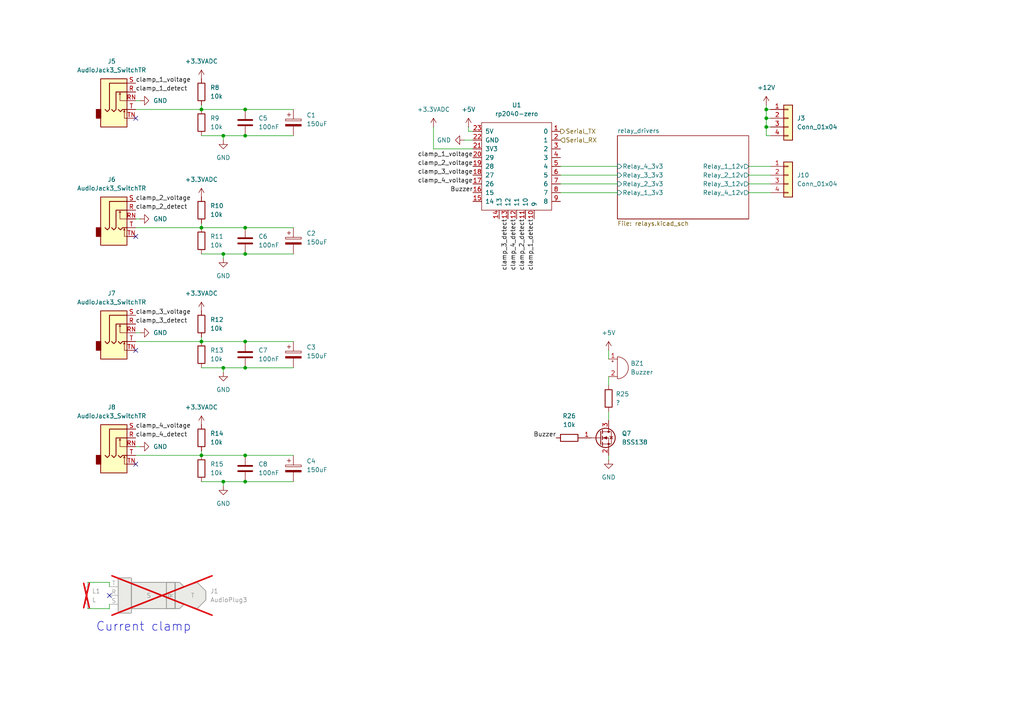
<source format=kicad_sch>
(kicad_sch (version 20231120) (generator "eeschema") (generator_version "8.0")
  (paper "A4")
  (lib_symbols
    (symbol "Connector_Audio:AudioJack3_SwitchTR"
      (property "Reference" "J" (at 0 8.89 0))
      (property "Value" "AudioJack3_SwitchTR" (at 0 6.35 0))
      (symbol "AudioJack3_SwitchTR_0_1"
        (rectangle (start -5.08 -5.08) (end -6.35 -7.62) (stroke (width 0.254)) (fill (type outline)))
        (polyline (pts (xy 0.508 -0.254) (xy 0.762 -0.762)))
        (polyline (pts (xy 1.778 -5.334) (xy 2.032 -5.842)))
        (polyline (pts (xy 0 -5.08) (xy 0.635 -5.715) (xy 1.27 -5.08) (xy 2.54 -5.08)) (stroke (width 0.254)))
        (polyline (pts (xy 2.54 -7.62) (xy 1.778 -7.62) (xy 1.778 -5.334) (xy 1.524 -5.842)))
        (polyline (pts (xy 2.54 -2.54) (xy 0.508 -2.54) (xy 0.508 -0.254) (xy 0.254 -0.762)))
        (polyline (pts (xy -1.905 -5.08) (xy -1.27 -5.715) (xy -0.635 -5.08) (xy -0.635 0) (xy 2.54 0)) (stroke (width 0.254)))
        (polyline (pts (xy 2.54 2.54) (xy -2.54 2.54) (xy -2.54 -5.08) (xy -3.175 -5.715) (xy -3.81 -5.08)) (stroke (width 0.254)))
        (rectangle (start 2.54 3.81) (end -5.08 -10.16) (stroke (width 0.254)) (fill (type background)))
      )
      (symbol "AudioJack3_SwitchTR_1_1"
        (pin passive line (at 5.08 0 180) (length 2.54) (name "~") (number "R"))
        (pin passive line (at 5.08 -2.54 180) (length 2.54) (name "~") (number "RN"))
        (pin passive line (at 5.08 2.54 180) (length 2.54) (name "~") (number "S"))
        (pin passive line (at 5.08 -5.08 180) (length 2.54) (name "~") (number "T"))
        (pin passive line (at 5.08 -7.62 180) (length 2.54) (name "~") (number "TN"))
      )
    )
    (symbol "Connector_Audio:AudioPlug3"
      (property "Reference" "J" (at 1.27 6.35 0))
      (property "Value" "AudioPlug3" (at 1.27 -6.35 0))
      (symbol "AudioPlug3_0_0"
        (text "R" (at -2.54 0 900) (effects (font (size 1.27 1.27))))
      )
      (symbol "AudioPlug3_0_1"
        (rectangle (start -3.81 3.81) (end -1.27 -3.81) (stroke (width 0.254)))
        (rectangle (start -1.27 -1.27) (end -1.27 -1.27))
      )
      (symbol "AudioPlug3_1_0"
        (text "S" (at 3.81 0 0) (effects (font (size 1.27 1.27))))
        (text "T" (at -8.89 0 0) (effects (font (size 1.27 1.27))))
      )
      (symbol "AudioPlug3_1_1"
        (rectangle (start -3.81 3.81) (end 8.89 -3.81) (stroke (width 0.254)) (fill (type background)))
        (polyline (pts (xy -3.81 3.81) (xy -5.08 3.81) (xy -6.35 2.54) (xy -10.16 3.81) (xy -12.7 1.27) (xy -12.7 -1.27) (xy -10.16 -3.81) (xy -6.35 -2.54) (xy -5.08 -3.81) (xy -3.81 -3.81) (xy -3.81 3.81)) (stroke (width 0.254)) (fill (type background)))
        (rectangle (start 12.7 5.08) (end 8.89 -5.08) (stroke (width 0.254)) (fill (type background)))
        (pin passive line (at 15.24 0 180) (length 2.54) (name "~") (number "R"))
        (pin passive line (at 15.24 2.54 180) (length 2.54) (name "~") (number "S"))
        (pin passive line (at 15.24 -2.54 180) (length 2.54) (name "~") (number "T"))
      )
    )
    (symbol "Connector_Generic:Conn_01x04" (pin_names (offset 1.016) hide)
      (property "Reference" "J" (at 0 5.08 0))
      (property "Value" "Conn_01x04" (at 0 -7.62 0))
      (symbol "Conn_01x04_1_1"
        (rectangle (start -1.27 -4.953) (end 0 -5.207) (stroke (width 0.1524)))
        (rectangle (start -1.27 -2.413) (end 0 -2.667) (stroke (width 0.1524)))
        (rectangle (start -1.27 0.127) (end 0 -0.127) (stroke (width 0.1524)))
        (rectangle (start -1.27 2.667) (end 0 2.413) (stroke (width 0.1524)))
        (rectangle (start -1.27 3.81) (end 1.27 -6.35) (stroke (width 0.254)) (fill (type background)))
        (pin passive line (at -5.08 2.54 0) (length 3.81) (name "Pin_1") (number "1"))
        (pin passive line (at -5.08 0 0) (length 3.81) (name "Pin_2") (number "2"))
        (pin passive line (at -5.08 -2.54 0) (length 3.81) (name "Pin_3") (number "3"))
        (pin passive line (at -5.08 -5.08 0) (length 3.81) (name "Pin_4") (number "4"))
      )
    )
    (symbol "Device:Buzzer" (pin_names (offset 0.0254) hide)
      (property "Reference" "BZ" (at 3.81 1.27 0))
      (property "Value" "Buzzer" (at 3.81 -1.27 0))
      (symbol "Buzzer_0_1"
        (arc (start 0 -3.175) (mid 3.1612 0) (end 0 3.175))
        (polyline (pts (xy -1.651 1.905) (xy -1.143 1.905)))
        (polyline (pts (xy -1.397 2.159) (xy -1.397 1.651)))
        (polyline (pts (xy 0 3.175) (xy 0 -3.175)))
      )
      (symbol "Buzzer_1_1"
        (pin passive line (at -2.54 2.54 0) (length 2.54) (name "+") (number "1"))
        (pin passive line (at -2.54 -2.54 0) (length 2.54) (name "-") (number "2"))
      )
    )
    (symbol "Device:C" (pin_numbers hide) (pin_names (offset 0.254))
      (property "Reference" "C" (at 0.635 2.54 0))
      (property "Value" "C" (at 0.635 -2.54 0))
      (symbol "C_0_1"
        (polyline (pts (xy -2.032 -0.762) (xy 2.032 -0.762)) (stroke (width 0.508)))
        (polyline (pts (xy -2.032 0.762) (xy 2.032 0.762)) (stroke (width 0.508)))
      )
      (symbol "C_1_1"
        (pin passive line (at 0 3.81 270) (length 2.794) (name "~") (number "1"))
        (pin passive line (at 0 -3.81 90) (length 2.794) (name "~") (number "2"))
      )
    )
    (symbol "Device:C_Polarized" (pin_numbers hide) (pin_names (offset 0.254))
      (property "Reference" "C" (at 0.635 2.54 0))
      (property "Value" "C_Polarized" (at 0.635 -2.54 0))
      (symbol "C_Polarized_0_1"
        (rectangle (start -2.286 0.508) (end 2.286 1.016))
        (polyline (pts (xy -1.778 2.286) (xy -0.762 2.286)))
        (polyline (pts (xy -1.27 2.794) (xy -1.27 1.778)))
        (rectangle (start 2.286 -0.508) (end -2.286 -1.016) (fill (type outline)))
      )
      (symbol "C_Polarized_1_1"
        (pin passive line (at 0 3.81 270) (length 2.794) (name "~") (number "1"))
        (pin passive line (at 0 -3.81 90) (length 2.794) (name "~") (number "2"))
      )
    )
    (symbol "Device:L" (pin_numbers hide) (pin_names (offset 1.016) hide)
      (property "Reference" "L" (at -1.27 0 90))
      (property "Value" "L" (at 1.905 0 90))
      (symbol "L_0_1"
        (arc (start 0 -2.54) (mid 0.6323 -1.905) (end 0 -1.27))
        (arc (start 0 -1.27) (mid 0.6323 -0.635) (end 0 0))
        (arc (start 0 0) (mid 0.6323 0.635) (end 0 1.27))
        (arc (start 0 1.27) (mid 0.6323 1.905) (end 0 2.54))
      )
      (symbol "L_1_1"
        (pin passive line (at 0 3.81 270) (length 1.27) (name "1") (number "1"))
        (pin passive line (at 0 -3.81 90) (length 1.27) (name "2") (number "2"))
      )
    )
    (symbol "Device:R" (pin_numbers hide) (pin_names (offset 0))
      (property "Reference" "R" (at 2.032 0 90))
      (property "Value" "R" (at 0 0 90))
      (symbol "R_0_1"
        (rectangle (start -1.016 -2.54) (end 1.016 2.54) (stroke (width 0.254)))
      )
      (symbol "R_1_1"
        (pin passive line (at 0 3.81 270) (length 1.27) (name "~") (number "1"))
        (pin passive line (at 0 -3.81 90) (length 1.27) (name "~") (number "2"))
      )
    )
    (symbol "Transistor_FET:BSS138" (pin_names hide)
      (property "Reference" "Q" (at 5.08 1.905 0))
      (property "Value" "BSS138" (at 5.08 0 0))
      (symbol "BSS138_0_1"
        (polyline (pts (xy 0.254 0) (xy -2.54 0)))
        (polyline (pts (xy 0.254 1.905) (xy 0.254 -1.905)) (stroke (width 0.254)))
        (polyline (pts (xy 0.762 -1.27) (xy 0.762 -2.286)) (stroke (width 0.254)))
        (polyline (pts (xy 0.762 0.508) (xy 0.762 -0.508)) (stroke (width 0.254)))
        (polyline (pts (xy 0.762 2.286) (xy 0.762 1.27)) (stroke (width 0.254)))
        (polyline (pts (xy 2.54 2.54) (xy 2.54 1.778)))
        (polyline (pts (xy 2.54 -2.54) (xy 2.54 0) (xy 0.762 0)))
        (polyline (pts (xy 0.762 -1.778) (xy 3.302 -1.778) (xy 3.302 1.778) (xy 0.762 1.778)))
        (polyline (pts (xy 1.016 0) (xy 2.032 0.381) (xy 2.032 -0.381) (xy 1.016 0)) (fill (type outline)))
        (polyline (pts (xy 2.794 0.508) (xy 2.921 0.381) (xy 3.683 0.381) (xy 3.81 0.254)))
        (polyline (pts (xy 3.302 0.381) (xy 2.921 -0.254) (xy 3.683 -0.254) (xy 3.302 0.381)))
        (circle (center 1.651 0) (radius 2.794) (stroke (width 0.254)))
        (circle (center 2.54 -1.778) (radius 0.254) (fill (type outline)))
        (circle (center 2.54 1.778) (radius 0.254) (fill (type outline)))
      )
      (symbol "BSS138_1_1"
        (pin input line (at -5.08 0 0) (length 2.54) (name "G") (number "1"))
        (pin passive line (at 2.54 -5.08 90) (length 2.54) (name "S") (number "2"))
        (pin passive line (at 2.54 5.08 270) (length 2.54) (name "D") (number "3"))
      )
    )
    (symbol "mcu:rp2040-zero" (pin_names (offset 1.016))
      (property "Reference" "U" (at 0 15.24 0))
      (property "Value" "rp2040-zero" (at 0 12.7 0))
      (symbol "rp2040-zero_0_1"
        (rectangle (start -10.16 11.43) (end 10.16 -13.97))
      )
      (symbol "rp2040-zero_1_1"
        (pin bidirectional line (at 12.7 8.89 180) (length 2.54) (name "0") (number "1"))
        (pin bidirectional line (at 5.08 -16.51 90) (length 2.54) (name "9") (number "10"))
        (pin bidirectional line (at 2.54 -16.51 90) (length 2.54) (name "10") (number "11"))
        (pin bidirectional line (at 0 -16.51 90) (length 2.54) (name "11") (number "12"))
        (pin bidirectional line (at -2.54 -16.51 90) (length 2.54) (name "12") (number "13"))
        (pin bidirectional line (at -5.08 -16.51 90) (length 2.54) (name "13") (number "14"))
        (pin bidirectional line (at -12.7 -11.43 0) (length 2.54) (name "14") (number "15"))
        (pin bidirectional line (at -12.7 -8.89 0) (length 2.54) (name "15") (number "16"))
        (pin bidirectional line (at -12.7 -6.35 0) (length 2.54) (name "26") (number "17"))
        (pin bidirectional line (at -12.7 -3.81 0) (length 2.54) (name "27") (number "18"))
        (pin bidirectional line (at -12.7 -1.27 0) (length 2.54) (name "28") (number "19"))
        (pin bidirectional line (at 12.7 6.35 180) (length 2.54) (name "1") (number "2"))
        (pin bidirectional line (at -12.7 1.27 0) (length 2.54) (name "29") (number "20"))
        (pin power_out line (at -12.7 3.81 0) (length 2.54) (name "3V3") (number "21"))
        (pin power_out line (at -12.7 6.35 0) (length 2.54) (name "GND") (number "22"))
        (pin power_out line (at -12.7 8.89 0) (length 2.54) (name "5V") (number "23"))
        (pin bidirectional line (at 12.7 3.81 180) (length 2.54) (name "2") (number "3"))
        (pin bidirectional line (at 12.7 1.27 180) (length 2.54) (name "3") (number "4"))
        (pin bidirectional line (at 12.7 -1.27 180) (length 2.54) (name "4") (number "5"))
        (pin bidirectional line (at 12.7 -3.81 180) (length 2.54) (name "5") (number "6"))
        (pin bidirectional line (at 12.7 -6.35 180) (length 2.54) (name "6") (number "7"))
        (pin bidirectional line (at 12.7 -8.89 180) (length 2.54) (name "7") (number "8"))
        (pin bidirectional line (at 12.7 -11.43 180) (length 2.54) (name "8") (number "9"))
      )
    )
    (symbol "power:+12V" (power) (pin_numbers hide) (pin_names (offset 0) hide)
      (property "Value" "+12V" (at 0 3.556 0))
      (symbol "+12V_0_1"
        (polyline (pts (xy -0.762 1.27) (xy 0 2.54)))
        (polyline (pts (xy 0 0) (xy 0 2.54)))
        (polyline (pts (xy 0 2.54) (xy 0.762 1.27)))
      )
      (symbol "+12V_1_1"
        (pin power_in line (at 0 0 90) (length 0) (name "~") (number "1"))
      )
    )
    (symbol "power:+3.3VADC" (power) (pin_numbers hide) (pin_names (offset 0) hide)
      (property "Value" "+3.3VADC" (at 0 3.556 0))
      (symbol "+3.3VADC_0_0"
        (pin power_in line (at 0 0 90) (length 0) (name "~") (number "1"))
      )
      (symbol "+3.3VADC_0_1"
        (polyline (pts (xy -0.762 1.27) (xy 0 2.54)))
        (polyline (pts (xy 0 0) (xy 0 2.54)))
        (polyline (pts (xy 0 2.54) (xy 0.762 1.27)))
      )
    )
    (symbol "power:+5V" (power) (pin_numbers hide) (pin_names (offset 0) hide)
      (property "Value" "+5V" (at 0 3.556 0))
      (symbol "+5V_0_1"
        (polyline (pts (xy -0.762 1.27) (xy 0 2.54)))
        (polyline (pts (xy 0 0) (xy 0 2.54)))
        (polyline (pts (xy 0 2.54) (xy 0.762 1.27)))
      )
      (symbol "+5V_1_1"
        (pin power_in line (at 0 0 90) (length 0) (name "~") (number "1"))
      )
    )
    (symbol "power:GND" (power) (pin_numbers hide) (pin_names (offset 0) hide)
      (property "Value" "GND" (at 0 -3.81 0))
      (symbol "GND_0_1"
        (polyline (pts (xy 0 0) (xy 0 -1.27) (xy 1.27 -1.27) (xy 0 -2.54) (xy -1.27 -1.27) (xy 0 -1.27)))
      )
      (symbol "GND_1_1"
        (pin power_in line (at 0 0 270) (length 0) (name "~") (number "1"))
      )
    )
  )
  (junction (at 71.12 132.08))
  (junction (at 58.42 66.04))
  (junction (at 71.12 106.68))
  (junction (at 64.77 39.37))
  (junction (at 222.25 36.83))
  (junction (at 71.12 31.75))
  (junction (at 58.42 99.06))
  (junction (at 71.12 99.06))
  (junction (at 64.77 106.68))
  (junction (at 71.12 66.04))
  (junction (at 222.25 31.75))
  (junction (at 71.12 39.37))
  (junction (at 71.12 73.66))
  (junction (at 58.42 31.75))
  (junction (at 58.42 132.08))
  (junction (at 222.25 34.29))
  (junction (at 71.12 139.7))
  (junction (at 64.77 139.7))
  (junction (at 64.77 73.66))
  (no_connect (at 39.37 101.6))
  (no_connect (at 31.75 172.72))
  (no_connect (at 39.37 34.29))
  (no_connect (at 39.37 134.62))
  (no_connect (at 39.37 68.58))
  (wire (pts (xy 222.25 30.48) (xy 222.25 31.75)))
  (wire (pts (xy 64.77 39.37) (xy 64.77 40.64)))
  (wire (pts (xy 39.37 66.04) (xy 58.42 66.04)))
  (wire (pts (xy 71.12 132.08) (xy 85.09 132.08)))
  (wire (pts (xy 222.25 34.29) (xy 223.52 34.29)))
  (wire (pts (xy 222.25 31.75) (xy 222.25 34.29)))
  (wire (pts (xy 58.42 99.06) (xy 71.12 99.06)))
  (wire (pts (xy 125.73 43.18) (xy 137.16 43.18)))
  (wire (pts (xy 162.56 50.8) (xy 179.07 50.8)))
  (wire (pts (xy 71.12 139.7) (xy 85.09 139.7)))
  (wire (pts (xy 64.77 139.7) (xy 71.12 139.7)))
  (wire (pts (xy 40.64 29.21) (xy 39.37 29.21)))
  (wire (pts (xy 162.56 53.34) (xy 179.07 53.34)))
  (wire (pts (xy 58.42 132.08) (xy 71.12 132.08)))
  (wire (pts (xy 176.53 133.35) (xy 176.53 132.08)))
  (wire (pts (xy 222.25 31.75) (xy 223.52 31.75)))
  (wire (pts (xy 58.42 99.06) (xy 58.42 97.79)))
  (wire (pts (xy 176.53 101.6) (xy 176.53 104.14)))
  (wire (pts (xy 58.42 66.04) (xy 71.12 66.04)))
  (wire (pts (xy 71.12 39.37) (xy 85.09 39.37)))
  (wire (pts (xy 58.42 66.04) (xy 58.42 64.77)))
  (wire (pts (xy 176.53 119.38) (xy 176.53 121.92)))
  (wire (pts (xy 58.42 31.75) (xy 58.42 30.48)))
  (wire (pts (xy 39.37 99.06) (xy 58.42 99.06)))
  (wire (pts (xy 31.75 176.53) (xy 31.75 175.26)))
  (wire (pts (xy 135.89 38.1) (xy 135.89 36.83)))
  (wire (pts (xy 71.12 106.68) (xy 85.09 106.68)))
  (wire (pts (xy 40.64 129.54) (xy 39.37 129.54)))
  (wire (pts (xy 222.25 36.83) (xy 223.52 36.83)))
  (wire (pts (xy 25.4 168.91) (xy 31.75 168.91)))
  (wire (pts (xy 222.25 34.29) (xy 222.25 36.83)))
  (wire (pts (xy 64.77 73.66) (xy 64.77 74.93)))
  (wire (pts (xy 58.42 73.66) (xy 64.77 73.66)))
  (wire (pts (xy 58.42 132.08) (xy 58.42 130.81)))
  (wire (pts (xy 217.17 53.34) (xy 223.52 53.34)))
  (wire (pts (xy 222.25 36.83) (xy 222.25 39.37)))
  (wire (pts (xy 71.12 66.04) (xy 85.09 66.04)))
  (wire (pts (xy 31.75 168.91) (xy 31.75 170.18)))
  (wire (pts (xy 64.77 106.68) (xy 64.77 107.95)))
  (wire (pts (xy 58.42 139.7) (xy 64.77 139.7)))
  (wire (pts (xy 71.12 99.06) (xy 85.09 99.06)))
  (wire (pts (xy 25.4 176.53) (xy 31.75 176.53)))
  (wire (pts (xy 162.56 55.88) (xy 179.07 55.88)))
  (wire (pts (xy 39.37 132.08) (xy 58.42 132.08)))
  (wire (pts (xy 162.56 48.26) (xy 179.07 48.26)))
  (wire (pts (xy 217.17 50.8) (xy 223.52 50.8)))
  (wire (pts (xy 39.37 31.75) (xy 58.42 31.75)))
  (wire (pts (xy 176.53 111.76) (xy 176.53 109.22)))
  (wire (pts (xy 134.62 40.64) (xy 137.16 40.64)))
  (wire (pts (xy 71.12 73.66) (xy 85.09 73.66)))
  (wire (pts (xy 222.25 39.37) (xy 223.52 39.37)))
  (wire (pts (xy 64.77 39.37) (xy 71.12 39.37)))
  (wire (pts (xy 58.42 39.37) (xy 64.77 39.37)))
  (wire (pts (xy 217.17 48.26) (xy 223.52 48.26)))
  (wire (pts (xy 137.16 38.1) (xy 135.89 38.1)))
  (wire (pts (xy 58.42 106.68) (xy 64.77 106.68)))
  (wire (pts (xy 217.17 55.88) (xy 223.52 55.88)))
  (wire (pts (xy 64.77 73.66) (xy 71.12 73.66)))
  (wire (pts (xy 40.64 96.52) (xy 39.37 96.52)))
  (wire (pts (xy 40.64 63.5) (xy 39.37 63.5)))
  (wire (pts (xy 64.77 139.7) (xy 64.77 140.97)))
  (wire (pts (xy 64.77 106.68) (xy 71.12 106.68)))
  (wire (pts (xy 71.12 31.75) (xy 85.09 31.75)))
  (wire (pts (xy 125.73 36.83) (xy 125.73 43.18)))
  (wire (pts (xy 58.42 31.75) (xy 71.12 31.75)))
  (text "Current clamp\n" (at 41.656 181.864 0) (effects (font (size 2.56 2.56))))
  (label "Buzzer" (at 161.29 127 180))
  (label "clamp_2_voltage" (at 137.16 48.26 180))
  (label "clamp_3_detect" (at 39.37 93.98 0))
  (label "clamp_2_detect" (at 39.37 60.96 0))
  (label "clamp_4_detect" (at 39.37 127 0))
  (label "clamp_2_detect" (at 152.4 63.5 270))
  (label "clamp_4_voltage" (at 39.37 124.46 0))
  (label "clamp_4_detect" (at 149.86 63.5 270))
  (label "clamp_1_voltage" (at 137.16 45.72 180))
  (label "clamp_3_voltage" (at 137.16 50.8 180))
  (label "clamp_1_detect" (at 154.94 63.5 270))
  (label "clamp_1_voltage" (at 39.37 24.13 0))
  (label "Buzzer" (at 137.16 55.88 180))
  (label "clamp_1_detect" (at 39.37 26.67 0))
  (label "clamp_2_voltage" (at 39.37 58.42 0))
  (label "clamp_3_voltage" (at 39.37 91.44 0))
  (label "clamp_3_detect" (at 147.32 63.5 270))
  (label "clamp_4_voltage" (at 137.16 53.34 180))
  (hierarchical_label "Serial_RX" (shape input) (at 162.56 40.64 0))
  (hierarchical_label "Serial_TX" (shape output) (at 162.56 38.1 0))
  (symbol (lib_id "Device:C") (at 71.12 135.89 0) (unit 1)
    (property "Reference" "C8" (at 74.93 134.6199 0) (effects (justify left)))
    (property "Value" "100nF" (at 74.93 137.1599 0) (effects (justify left)))
    (property "Footprint" "Capacitor_SMD:C_0805_2012Metric_Pad1.18x1.45mm_HandSolder" (effects (hide yes)))
    (property "Description" "Unpolarized capacitor" (effects (hide yes)))
  )
  (symbol (lib_id "power:GND") (at 64.77 40.64 0) (unit 1)
    (property "Reference" "#PWR01" (effects (hide yes)))
    (property "Value" "GND" (at 64.77 45.72 0))
    (property "Description" "Power symbol creates a global label with name \"GND\" , ground" (effects (hide yes)))
  )
  (symbol (lib_id "Device:C_Polarized") (at 85.09 102.87 0) (unit 1)
    (property "Reference" "C3" (at 88.9 100.7109 0) (effects (justify left)))
    (property "Value" "150uF" (at 88.9 103.2509 0) (effects (justify left)))
    (property "Footprint" "Capacitor_SMD:CP_Elec_5x5.3" (effects (hide yes)))
    (property "Datasheet" "https://www.lcsc.com/product-detail/Aluminum-Electrolytic-Capacitors-SMD_Ymin-VKMB1001A151MV_C487287.html" (effects (hide yes)))
    (property "Description" "Polarized capacitor" (effects (hide yes)))
  )
  (symbol (lib_id "Connector_Audio:AudioJack3_SwitchTR") (at 34.29 127 0) (unit 1)
    (property "Reference" "J8" (at 32.385 118.11 0))
    (property "Value" "AudioJack3_SwitchTR" (at 32.385 120.65 0))
    (property "Footprint" "Connector_Audio:Jack_3.5mm_CUI_SJ1-3525N_Horizontal" (effects (hide yes)))
    (property "Datasheet" "https://www.tinytronics.nl/en/cables-and-connectors/connectors/audio/audio-jack-3.5mm-female-(metal-and-plastic)" (effects (hide yes)))
    (property "Description" "Audio Jack, 3 Poles (Stereo / TRS), Switched TR Poles (Normalling)" (effects (hide yes)))
  )
  (symbol (lib_id "Device:R") (at 58.42 93.98 0) (unit 1)
    (property "Reference" "R12" (at 60.96 92.7099 0) (effects (justify left)))
    (property "Value" "10k" (at 60.96 95.2499 0) (effects (justify left)))
    (property "Footprint" "Resistor_SMD:R_0805_2012Metric_Pad1.20x1.40mm_HandSolder" (effects (hide yes)))
    (property "Description" "Resistor" (effects (hide yes)))
  )
  (symbol (lib_id "power:+3.3VADC") (at 58.42 22.86 0) (unit 1)
    (property "Reference" "#PWR05" (effects (hide yes)))
    (property "Value" "+3.3VADC" (at 58.42 17.78 0))
    (property "Description" "Power symbol creates a global label with name \"+3.3VADC\"" (effects (hide yes)))
  )
  (symbol (lib_id "Connector_Audio:AudioJack3_SwitchTR") (at 34.29 93.98 0) (unit 1)
    (property "Reference" "J7" (at 32.385 85.09 0))
    (property "Value" "AudioJack3_SwitchTR" (at 32.385 87.63 0))
    (property "Footprint" "Connector_Audio:Jack_3.5mm_CUI_SJ1-3525N_Horizontal" (effects (hide yes)))
    (property "Datasheet" "https://www.tinytronics.nl/en/cables-and-connectors/connectors/audio/audio-jack-3.5mm-female-(metal-and-plastic)" (effects (hide yes)))
    (property "Description" "Audio Jack, 3 Poles (Stereo / TRS), Switched TR Poles (Normalling)" (effects (hide yes)))
  )
  (symbol (lib_id "Device:R") (at 58.42 135.89 0) (unit 1)
    (property "Reference" "R15" (at 60.96 134.6199 0) (effects (justify left)))
    (property "Value" "10k" (at 60.96 137.1599 0) (effects (justify left)))
    (property "Footprint" "Resistor_SMD:R_0805_2012Metric_Pad1.20x1.40mm_HandSolder" (effects (hide yes)))
    (property "Description" "Resistor" (effects (hide yes)))
  )
  (symbol (lib_id "Device:C_Polarized") (at 85.09 69.85 0) (unit 1)
    (property "Reference" "C2" (at 88.9 67.6909 0) (effects (justify left)))
    (property "Value" "150uF" (at 88.9 70.2309 0) (effects (justify left)))
    (property "Footprint" "Capacitor_SMD:CP_Elec_5x5.3" (effects (hide yes)))
    (property "Datasheet" "https://www.lcsc.com/product-detail/Aluminum-Electrolytic-Capacitors-SMD_Ymin-VKMB1001A151MV_C487287.html" (effects (hide yes)))
    (property "Description" "Polarized capacitor" (effects (hide yes)))
  )
  (symbol (lib_id "power:+3.3VADC") (at 125.73 36.83 0) (unit 1)
    (property "Reference" "#PWR041" (effects (hide yes)))
    (property "Value" "+3.3VADC" (at 125.73 31.75 0))
    (property "Description" "Power symbol creates a global label with name \"+3.3VADC\"" (effects (hide yes)))
  )
  (symbol (lib_id "Device:R") (at 58.42 35.56 0) (unit 1)
    (property "Reference" "R9" (at 60.96 34.2899 0) (effects (justify left)))
    (property "Value" "10k" (at 60.96 36.8299 0) (effects (justify left)))
    (property "Footprint" "Resistor_SMD:R_0805_2012Metric_Pad1.20x1.40mm_HandSolder" (effects (hide yes)))
    (property "Description" "Resistor" (effects (hide yes)))
  )
  (symbol (lib_id "power:GND") (at 64.77 107.95 0) (unit 1)
    (property "Reference" "#PWR020" (effects (hide yes)))
    (property "Value" "GND" (at 64.77 113.03 0))
    (property "Description" "Power symbol creates a global label with name \"GND\" , ground" (effects (hide yes)))
  )
  (symbol (lib_id "Device:C_Polarized") (at 85.09 135.89 0) (unit 1)
    (property "Reference" "C4" (at 88.9 133.7309 0) (effects (justify left)))
    (property "Value" "150uF" (at 88.9 136.2709 0) (effects (justify left)))
    (property "Footprint" "Capacitor_SMD:CP_Elec_5x5.3" (effects (hide yes)))
    (property "Datasheet" "https://www.lcsc.com/product-detail/Aluminum-Electrolytic-Capacitors-SMD_Ymin-VKMB1001A151MV_C487287.html" (effects (hide yes)))
    (property "Description" "Polarized capacitor" (effects (hide yes)))
  )
  (symbol (lib_id "power:GND") (at 134.62 40.64 270) (unit 1)
    (property "Reference" "#PWR039" (effects (hide yes)))
    (property "Value" "GND" (at 130.81 40.6399 90) (effects (justify right)))
    (property "Description" "Power symbol creates a global label with name \"GND\" , ground" (effects (hide yes)))
  )
  (symbol (lib_id "power:GND") (at 40.64 96.52 90) (unit 1)
    (property "Reference" "#PWR018" (effects (hide yes)))
    (property "Value" "GND" (at 44.45 96.5199 90) (effects (justify right)))
    (property "Description" "Power symbol creates a global label with name \"GND\" , ground" (effects (hide yes)))
  )
  (symbol (lib_id "Device:R") (at 58.42 127 0) (unit 1)
    (property "Reference" "R14" (at 60.96 125.7299 0) (effects (justify left)))
    (property "Value" "10k" (at 60.96 128.2699 0) (effects (justify left)))
    (property "Footprint" "Resistor_SMD:R_0805_2012Metric_Pad1.20x1.40mm_HandSolder" (effects (hide yes)))
    (property "Description" "Resistor" (effects (hide yes)))
  )
  (symbol (lib_id "Connector_Audio:AudioJack3_SwitchTR") (at 34.29 60.96 0) (unit 1)
    (property "Reference" "J6" (at 32.385 52.07 0))
    (property "Value" "AudioJack3_SwitchTR" (at 32.385 54.61 0))
    (property "Footprint" "Connector_Audio:Jack_3.5mm_CUI_SJ1-3525N_Horizontal" (effects (hide yes)))
    (property "Datasheet" "https://www.tinytronics.nl/en/cables-and-connectors/connectors/audio/audio-jack-3.5mm-female-(metal-and-plastic)" (effects (hide yes)))
    (property "Description" "Audio Jack, 3 Poles (Stereo / TRS), Switched TR Poles (Normalling)" (effects (hide yes)))
  )
  (symbol (lib_id "Connector_Audio:AudioJack3_SwitchTR") (at 34.29 26.67 0) (unit 1)
    (property "Reference" "J5" (at 32.385 17.78 0))
    (property "Value" "AudioJack3_SwitchTR" (at 32.385 20.32 0))
    (property "Footprint" "Connector_Audio:Jack_3.5mm_CUI_SJ1-3525N_Horizontal" (effects (hide yes)))
    (property "Datasheet" "https://www.tinytronics.nl/en/cables-and-connectors/connectors/audio/audio-jack-3.5mm-female-(metal-and-plastic)" (effects (hide yes)))
    (property "Description" "Audio Jack, 3 Poles (Stereo / TRS), Switched TR Poles (Normalling)" (effects (hide yes)))
  )
  (symbol (lib_id "Device:L") (at 25.4 172.72 180) (unit 1) (exclude_from_sim yes) (in_bom no) (on_board no) (dnp yes)
    (property "Reference" "L1" (at 26.67 171.4499 0) (effects (justify right)))
    (property "Value" "L" (at 26.67 173.9899 0) (effects (justify right)))
    (property "Description" "Inductor" (effects (hide yes)))
  )
  (symbol (lib_id "Device:C") (at 71.12 69.85 0) (unit 1)
    (property "Reference" "C6" (at 74.93 68.5799 0) (effects (justify left)))
    (property "Value" "100nF" (at 74.93 71.1199 0) (effects (justify left)))
    (property "Footprint" "Capacitor_SMD:C_0805_2012Metric_Pad1.18x1.45mm_HandSolder" (effects (hide yes)))
    (property "Description" "Unpolarized capacitor" (effects (hide yes)))
  )
  (symbol (lib_id "power:+3.3VADC") (at 58.42 57.15 0) (unit 1)
    (property "Reference" "#PWR011" (effects (hide yes)))
    (property "Value" "+3.3VADC" (at 58.42 52.07 0))
    (property "Description" "Power symbol creates a global label with name \"+3.3VADC\"" (effects (hide yes)))
  )
  (symbol (lib_id "power:GND") (at 64.77 74.93 0) (unit 1)
    (property "Reference" "#PWR017" (effects (hide yes)))
    (property "Value" "GND" (at 64.77 80.01 0))
    (property "Description" "Power symbol creates a global label with name \"GND\" , ground" (effects (hide yes)))
  )
  (symbol (lib_id "power:GND") (at 40.64 129.54 90) (unit 1)
    (property "Reference" "#PWR021" (effects (hide yes)))
    (property "Value" "GND" (at 44.45 129.5399 90) (effects (justify right)))
    (property "Description" "Power symbol creates a global label with name \"GND\" , ground" (effects (hide yes)))
  )
  (symbol (lib_id "Device:R") (at 58.42 69.85 0) (unit 1)
    (property "Reference" "R11" (at 60.96 68.5799 0) (effects (justify left)))
    (property "Value" "10k" (at 60.96 71.1199 0) (effects (justify left)))
    (property "Footprint" "Resistor_SMD:R_0805_2012Metric_Pad1.20x1.40mm_HandSolder" (effects (hide yes)))
    (property "Description" "Resistor" (effects (hide yes)))
  )
  (symbol (lib_id "power:GND") (at 40.64 29.21 90) (unit 1)
    (property "Reference" "#PWR06" (effects (hide yes)))
    (property "Value" "GND" (at 44.45 29.2099 90) (effects (justify right)))
    (property "Description" "Power symbol creates a global label with name \"GND\" , ground" (effects (hide yes)))
  )
  (symbol (lib_id "power:+5V") (at 176.53 101.6 0) (unit 1)
    (property "Reference" "#PWR036" (effects (hide yes)))
    (property "Value" "+5V" (at 176.53 96.52 0))
    (property "Description" "Power symbol creates a global label with name \"+5V\"" (effects (hide yes)))
  )
  (symbol (lib_id "power:GND") (at 176.53 133.35 0) (unit 1)
    (property "Reference" "#PWR037" (effects (hide yes)))
    (property "Value" "GND" (at 176.53 138.43 0))
    (property "Description" "Power symbol creates a global label with name \"GND\" , ground" (effects (hide yes)))
  )
  (symbol (lib_id "Device:C") (at 71.12 102.87 0) (unit 1)
    (property "Reference" "C7" (at 74.93 101.5999 0) (effects (justify left)))
    (property "Value" "100nF" (at 74.93 104.1399 0) (effects (justify left)))
    (property "Footprint" "Capacitor_SMD:C_0805_2012Metric_Pad1.18x1.45mm_HandSolder" (effects (hide yes)))
    (property "Description" "Unpolarized capacitor" (effects (hide yes)))
  )
  (symbol (lib_id "mcu:rp2040-zero") (at 149.86 46.99 0) (unit 1) (exclude_from_sim yes)
    (property "Reference" "U1" (at 149.86 30.48 0))
    (property "Value" "rp2040-zero" (at 149.86 33.02 0))
    (property "Footprint" "lib:rp2040-zero-tht" (effects (hide yes)))
  )
  (symbol (lib_id "Device:Buzzer") (at 179.07 106.68 0) (unit 1)
    (property "Reference" "BZ1" (at 182.88 105.4099 0) (effects (justify left)))
    (property "Value" "Buzzer" (at 182.88 107.9499 0) (effects (justify left)))
    (property "Footprint" "Buzzer_Beeper:MagneticBuzzer_ProSignal_ABT-410-RC" (effects (hide yes)))
    (property "Description" "Buzzer, polarized" (effects (hide yes)))
  )
  (symbol (lib_id "power:+3.3VADC") (at 58.42 90.17 0) (unit 1)
    (property "Reference" "#PWR019" (effects (hide yes)))
    (property "Value" "+3.3VADC" (at 58.42 85.09 0))
    (property "Description" "Power symbol creates a global label with name \"+3.3VADC\"" (effects (hide yes)))
  )
  (symbol (lib_id "power:+5V") (at 135.89 36.83 0) (unit 1)
    (property "Reference" "#PWR038" (effects (hide yes)))
    (property "Value" "+5V" (at 135.89 31.75 0))
    (property "Description" "Power symbol creates a global label with name \"+5V\"" (effects (hide yes)))
  )
  (symbol (lib_id "Connector_Generic:Conn_01x04") (at 228.6 34.29 0) (unit 1)
    (property "Reference" "J3" (at 231.14 34.2899 0) (effects (justify left)))
    (property "Value" "Conn_01x04" (at 231.14 36.8299 0) (effects (justify left)))
    (property "Footprint" "8971039:8971039" (effects (hide yes)))
    (property "Description" "Generic connector, single row, 01x04, script generated (kicad-library-utils/schlib/autogen/connector/)" (effects (hide yes)))
  )
  (symbol (lib_id "power:+3.3VADC") (at 58.42 123.19 0) (unit 1)
    (property "Reference" "#PWR022" (effects (hide yes)))
    (property "Value" "+3.3VADC" (at 58.42 118.11 0))
    (property "Description" "Power symbol creates a global label with name \"+3.3VADC\"" (effects (hide yes)))
  )
  (symbol (lib_id "power:GND") (at 40.64 63.5 90) (unit 1)
    (property "Reference" "#PWR010" (effects (hide yes)))
    (property "Value" "GND" (at 44.45 63.4999 90) (effects (justify right)))
    (property "Description" "Power symbol creates a global label with name \"GND\" , ground" (effects (hide yes)))
  )
  (symbol (lib_id "Connector_Generic:Conn_01x04") (at 228.6 50.8 0) (unit 1)
    (property "Reference" "J10" (at 231.14 50.7999 0) (effects (justify left)))
    (property "Value" "Conn_01x04" (at 231.14 53.3399 0) (effects (justify left)))
    (property "Footprint" "8971039:8971039" (effects (hide yes)))
    (property "Description" "Generic connector, single row, 01x04, script generated (kicad-library-utils/schlib/autogen/connector/)" (effects (hide yes)))
  )
  (symbol (lib_id "Device:R") (at 58.42 102.87 0) (unit 1)
    (property "Reference" "R13" (at 60.96 101.5999 0) (effects (justify left)))
    (property "Value" "10k" (at 60.96 104.1399 0) (effects (justify left)))
    (property "Footprint" "Resistor_SMD:R_0805_2012Metric_Pad1.20x1.40mm_HandSolder" (effects (hide yes)))
    (property "Description" "Resistor" (effects (hide yes)))
  )
  (symbol (lib_id "Device:R") (at 58.42 26.67 0) (unit 1)
    (property "Reference" "R8" (at 60.96 25.3999 0) (effects (justify left)))
    (property "Value" "10k" (at 60.96 27.9399 0) (effects (justify left)))
    (property "Footprint" "Resistor_SMD:R_0805_2012Metric_Pad1.20x1.40mm_HandSolder" (effects (hide yes)))
    (property "Description" "Resistor" (effects (hide yes)))
  )
  (symbol (lib_id "Device:C_Polarized") (at 85.09 35.56 0) (unit 1)
    (property "Reference" "C1" (at 88.9 33.4009 0) (effects (justify left)))
    (property "Value" "150uF" (at 88.9 35.9409 0) (effects (justify left)))
    (property "Footprint" "Capacitor_SMD:CP_Elec_5x5.3" (effects (hide yes)))
    (property "Datasheet" "https://www.lcsc.com/product-detail/Aluminum-Electrolytic-Capacitors-SMD_Ymin-VKMB1001A151MV_C487287.html" (effects (hide yes)))
    (property "Description" "Polarized capacitor" (effects (hide yes)))
  )
  (symbol (lib_id "Device:R") (at 165.1 127 270) (unit 1)
    (property "Reference" "R26" (at 165.1 120.65 90))
    (property "Value" "10k" (at 165.1 123.19 90))
    (property "Footprint" "Resistor_SMD:R_0805_2012Metric_Pad1.20x1.40mm_HandSolder" (effects (hide yes)))
    (property "Description" "Resistor" (effects (hide yes)))
  )
  (symbol (lib_id "Device:R") (at 176.53 115.57 0) (unit 1)
    (property "Reference" "R25" (at 178.579 114.2999 0) (effects (justify left)))
    (property "Value" "?" (at 178.579 116.8399 0) (effects (justify left)))
    (property "Footprint" "Resistor_THT:R_Axial_DIN0207_L6.3mm_D2.5mm_P10.16mm_Horizontal" (effects (hide yes)))
    (property "Description" "Resistor" (effects (hide yes)))
  )
  (symbol (lib_id "power:+12V") (at 222.25 30.48 0) (unit 1)
    (property "Reference" "#PWR02" (effects (hide yes)))
    (property "Value" "+12V" (at 222.25 25.4 0))
    (property "Description" "Power symbol creates a global label with name \"+12V\"" (effects (hide yes)))
  )
  (symbol (lib_id "Device:R") (at 58.42 60.96 0) (unit 1)
    (property "Reference" "R10" (at 60.96 59.6899 0) (effects (justify left)))
    (property "Value" "10k" (at 60.96 62.2299 0) (effects (justify left)))
    (property "Footprint" "Resistor_SMD:R_0805_2012Metric_Pad1.20x1.40mm_HandSolder" (effects (hide yes)))
    (property "Description" "Resistor" (effects (hide yes)))
  )
  (symbol (lib_id "power:GND") (at 64.77 140.97 0) (unit 1)
    (property "Reference" "#PWR023" (effects (hide yes)))
    (property "Value" "GND" (at 64.77 146.05 0))
    (property "Description" "Power symbol creates a global label with name \"GND\" , ground" (effects (hide yes)))
  )
  (symbol (lib_id "Device:C") (at 71.12 35.56 0) (unit 1)
    (property "Reference" "C5" (at 74.93 34.2899 0) (effects (justify left)))
    (property "Value" "100nF" (at 74.93 36.8299 0) (effects (justify left)))
    (property "Footprint" "Capacitor_SMD:C_0805_2012Metric_Pad1.18x1.45mm_HandSolder" (effects (hide yes)))
    (property "Description" "Unpolarized capacitor" (effects (hide yes)))
  )
  (symbol (lib_id "Transistor_FET:BSS138") (at 173.99 127 0) (unit 1)
    (property "Reference" "Q7" (at 180.34 125.7299 0) (effects (justify left)))
    (property "Value" "BSS138" (at 180.34 128.2699 0) (effects (justify left)))
    (property "Footprint" "Package_TO_SOT_SMD:SOT-323_SC-70_Handsoldering" (effects (hide yes)))
    (property "Datasheet" "https://www.onsemi.com/pub/Collateral/BSS138-D.PDF" (effects (hide yes)))
    (property "Description" "50V Vds, 0.22A Id, N-Channel MOSFET, SOT-23" (effects (hide yes)))
  )
  (symbol (lib_id "Connector_Audio:AudioPlug3") (at 46.99 172.72 180) (unit 1) (exclude_from_sim yes) (in_bom no) (on_board no) (dnp yes)
    (property "Reference" "J1" (at 60.96 171.4499 0) (effects (justify right)))
    (property "Value" "AudioPlug3" (at 60.96 173.9899 0) (effects (justify right)))
    (property "Datasheet" "https://bc-robotics.com/datasheets/yhdc.pdf" (effects (hide yes)))
    (property "Description" "Audio Jack, 3 Poles (Stereo / TRS)" (effects (hide yes)))
  )
  (sheet (at 179.07 39.37) (size 38.1 24.13) (stroke (width 0.1524))
    (property "Sheetname" "relay_drivers" (at 179.07 38.6584 0) (effects (justify left bottom)))
    (property "Sheetfile" "relays.kicad_sch" (at 179.07 64.0846 0) (effects (justify left top)))
    (pin "Relay_3_3v3" input (at 179.07 50.8 180))
    (pin "Relay_3_12v" output (at 217.17 53.34 0))
    (pin "Relay_4_12v" output (at 217.17 55.88 0))
    (pin "Relay_4_3v3" input (at 179.07 48.26 180))
    (pin "Relay_2_12v" output (at 217.17 50.8 0))
    (pin "Relay_2_3v3" input (at 179.07 53.34 180))
    (pin "Relay_1_12v" output (at 217.17 48.26 0))
    (pin "Relay_1_3v3" input (at 179.07 55.88 180))
  )
)
</source>
